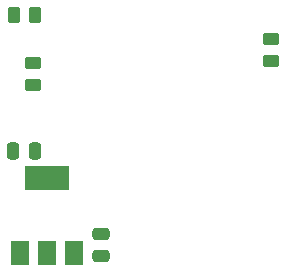
<source format=gtp>
G04 #@! TF.GenerationSoftware,KiCad,Pcbnew,(6.0.2)*
G04 #@! TF.CreationDate,2022-09-28T01:57:24+02:00*
G04 #@! TF.ProjectId,Tiny-Power-Meter,54696e79-2d50-46f7-9765-722d4d657465,rev?*
G04 #@! TF.SameCoordinates,Original*
G04 #@! TF.FileFunction,Paste,Top*
G04 #@! TF.FilePolarity,Positive*
%FSLAX46Y46*%
G04 Gerber Fmt 4.6, Leading zero omitted, Abs format (unit mm)*
G04 Created by KiCad (PCBNEW (6.0.2)) date 2022-09-28 01:57:24*
%MOMM*%
%LPD*%
G01*
G04 APERTURE LIST*
G04 Aperture macros list*
%AMRoundRect*
0 Rectangle with rounded corners*
0 $1 Rounding radius*
0 $2 $3 $4 $5 $6 $7 $8 $9 X,Y pos of 4 corners*
0 Add a 4 corners polygon primitive as box body*
4,1,4,$2,$3,$4,$5,$6,$7,$8,$9,$2,$3,0*
0 Add four circle primitives for the rounded corners*
1,1,$1+$1,$2,$3*
1,1,$1+$1,$4,$5*
1,1,$1+$1,$6,$7*
1,1,$1+$1,$8,$9*
0 Add four rect primitives between the rounded corners*
20,1,$1+$1,$2,$3,$4,$5,0*
20,1,$1+$1,$4,$5,$6,$7,0*
20,1,$1+$1,$6,$7,$8,$9,0*
20,1,$1+$1,$8,$9,$2,$3,0*%
G04 Aperture macros list end*
%ADD10RoundRect,0.250000X0.250000X0.475000X-0.250000X0.475000X-0.250000X-0.475000X0.250000X-0.475000X0*%
%ADD11RoundRect,0.250000X-0.262500X-0.450000X0.262500X-0.450000X0.262500X0.450000X-0.262500X0.450000X0*%
%ADD12RoundRect,0.250000X0.450000X-0.262500X0.450000X0.262500X-0.450000X0.262500X-0.450000X-0.262500X0*%
%ADD13R,1.500000X2.000000*%
%ADD14R,3.800000X2.000000*%
%ADD15RoundRect,0.250000X0.475000X-0.250000X0.475000X0.250000X-0.475000X0.250000X-0.475000X-0.250000X0*%
G04 APERTURE END LIST*
D10*
X140200000Y-86300000D03*
X138300000Y-86300000D03*
D11*
X138387500Y-74800000D03*
X140212500Y-74800000D03*
D12*
X160200000Y-78712500D03*
X160200000Y-76887500D03*
X140000000Y-80712500D03*
X140000000Y-78887500D03*
D13*
X138900000Y-94950000D03*
D14*
X141200000Y-88650000D03*
D13*
X141200000Y-94950000D03*
X143500000Y-94950000D03*
D15*
X145800000Y-95250000D03*
X145800000Y-93350000D03*
M02*

</source>
